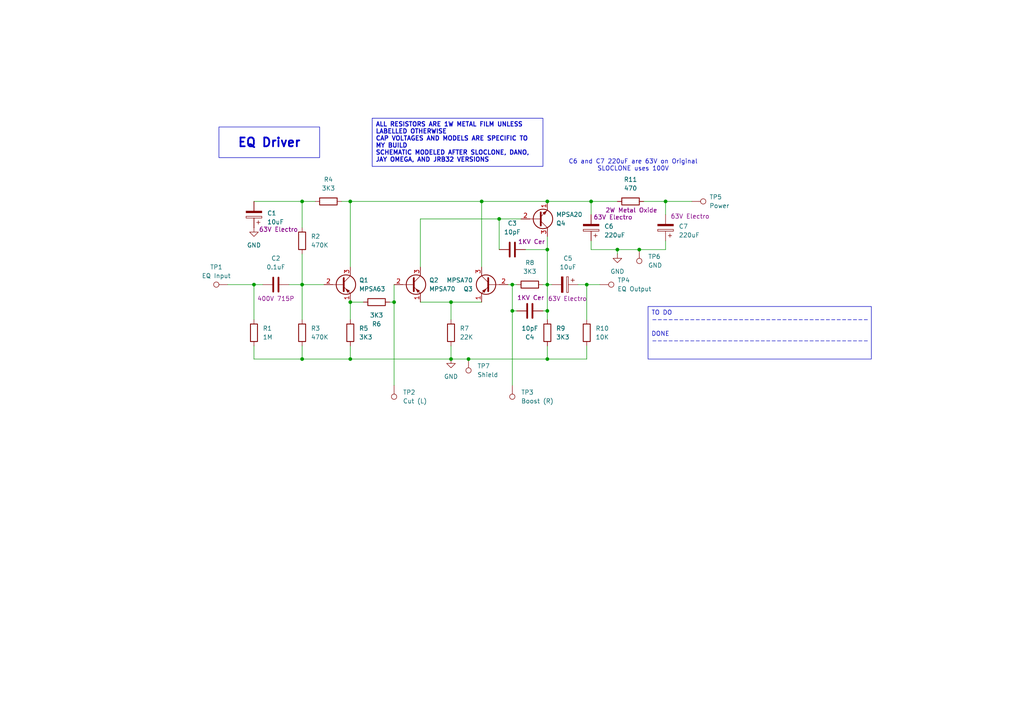
<source format=kicad_sch>
(kicad_sch (version 20250114) (generator "eeschema") (generator_version "9.0")
  (paper "A4")
  (lib_symbols
    (symbol "Connector:TestPoint" (pin_numbers (hide yes)) (pin_names (offset 0.762) (hide yes))
      (property "Reference" "TP" (at 0 6.858 0))
      (property "Value" "TestPoint" (at 0 5.08 0))
      (symbol "TestPoint_0_1"
        (circle (center 0 3.302) (radius 0.762))
      )
      (symbol "TestPoint_1_1"
        (pin passive line (at 0 0 90) (length 2.54) (name "1") (number "1"))
      )
    )
    (symbol "Device:C" (pin_numbers (hide yes)) (pin_names (offset 0.254))
      (property "Reference" "C" (at 0.635 2.54 0))
      (property "Value" "C" (at 0.635 -2.54 0))
      (symbol "C_0_1"
        (polyline (pts (xy -2.032 0.762) (xy 2.032 0.762)) (stroke (width 0.508)))
        (polyline (pts (xy -2.032 -0.762) (xy 2.032 -0.762)) (stroke (width 0.508)))
      )
      (symbol "C_1_1"
        (pin passive line (at 0 3.81 270) (length 2.794) (name "~") (number "1"))
        (pin passive line (at 0 -3.81 90) (length 2.794) (name "~") (number "2"))
      )
    )
    (symbol "Device:C_Polarized" (pin_numbers (hide yes)) (pin_names (offset 0.254))
      (property "Reference" "C" (at 0.635 2.54 0))
      (property "Value" "C_Polarized" (at 0.635 -2.54 0))
      (symbol "C_Polarized_0_1"
        (rectangle (start -2.286 0.508) (end 2.286 1.016))
        (polyline (pts (xy -1.778 2.286) (xy -0.762 2.286)))
        (polyline (pts (xy -1.27 2.794) (xy -1.27 1.778)))
        (rectangle (start 2.286 -0.508) (end -2.286 -1.016) (fill (type outline)))
      )
      (symbol "C_Polarized_1_1"
        (pin passive line (at 0 3.81 270) (length 2.794) (name "~") (number "1"))
        (pin passive line (at 0 -3.81 90) (length 2.794) (name "~") (number "2"))
      )
    )
    (symbol "Device:R" (pin_numbers (hide yes)) (pin_names (offset 0))
      (property "Reference" "R" (at 2.032 0 90))
      (property "Value" "R" (at 0 0 90))
      (symbol "R_0_1"
        (rectangle (start -1.016 -2.54) (end 1.016 2.54) (stroke (width 0.254)))
      )
      (symbol "R_1_1"
        (pin passive line (at 0 3.81 270) (length 1.27) (name "~") (number "1"))
        (pin passive line (at 0 -3.81 90) (length 1.27) (name "~") (number "2"))
      )
    )
    (symbol "Transistor_BJT:MPSA42" (pin_names (offset 0) (hide yes))
      (property "Reference" "Q" (at 5.08 1.905 0))
      (property "Value" "MPSA42" (at 5.08 0 0))
      (symbol "MPSA42_0_1"
        (polyline (pts (xy -2.54 0) (xy 0.635 0)))
        (polyline (pts (xy 0.635 1.905) (xy 0.635 -1.905)) (stroke (width 0.508)))
        (circle (center 1.27 0) (radius 2.8194) (stroke (width 0.254)))
      )
      (symbol "MPSA42_1_1"
        (polyline (pts (xy 0.635 0.635) (xy 2.54 2.54)))
        (polyline (pts (xy 0.635 -0.635) (xy 2.54 -2.54)))
        (polyline (pts (xy 1.27 -1.778) (xy 1.778 -1.27) (xy 2.286 -2.286) (xy 1.27 -1.778)) (fill (type outline)))
        (pin input line (at -5.08 0 0) (length 2.54) (name "B") (number "2"))
        (pin passive line (at 2.54 5.08 270) (length 2.54) (name "C") (number "3"))
        (pin passive line (at 2.54 -5.08 90) (length 2.54) (name "E") (number "1"))
      )
    )
    (symbol "Transistor_BJT:MPSA92" (pin_names (offset 0) (hide yes))
      (property "Reference" "Q" (at 5.08 1.905 0))
      (property "Value" "MPSA92" (at 5.08 0 0))
      (symbol "MPSA92_0_1"
        (polyline (pts (xy -2.54 0) (xy 0.635 0)))
        (polyline (pts (xy 0.635 1.905) (xy 0.635 -1.905)) (stroke (width 0.508)))
        (polyline (pts (xy 0.635 0.635) (xy 2.54 2.54)))
        (polyline (pts (xy 0.635 -0.635) (xy 2.54 -2.54)))
        (circle (center 1.27 0) (radius 2.8194) (stroke (width 0.254)))
        (polyline (pts (xy 2.286 -1.778) (xy 1.778 -2.286) (xy 1.27 -1.27) (xy 2.286 -1.778)) (fill (type outline)))
      )
      (symbol "MPSA92_1_1"
        (pin input line (at -5.08 0 0) (length 2.54) (name "B") (number "2"))
        (pin passive line (at 2.54 5.08 270) (length 2.54) (name "C") (number "3"))
        (pin passive line (at 2.54 -5.08 90) (length 2.54) (name "E") (number "1"))
      )
    )
    (symbol "power:GND" (power) (pin_numbers (hide yes)) (pin_names (offset 0) (hide yes))
      (property "Value" "GND" (at 0 -3.81 0))
      (symbol "GND_0_1"
        (polyline (pts (xy 0 0) (xy 0 -1.27) (xy 1.27 -1.27) (xy 0 -2.54) (xy -1.27 -1.27) (xy 0 -1.27)))
      )
      (symbol "GND_1_1"
        (pin power_in line (at 0 0 270) (length 0) (name "~") (number "1"))
      )
    )
  )
  (text "C6 and C7 220uF are 63V on Original\nSLOCLONE uses 100V" (at 183.642 48.006 0) (effects (font (size 1.27 1.27))))
  (text_box "EQ Driver" (at 63.5 36.83 0) (size 29.21 8.89) (margins 0.9525 0.9525 0.9525 0.9525) (effects (font (size 2.54 2.54) (thickness 0.508) (bold yes))))
  (text_box "ALL RESISTORS ARE 1W METAL FILM UNLESS LABELLED OTHERWISE\nCAP VOLTAGES AND MODELS ARE SPECIFIC TO MY BUILD\nSCHEMATIC MODELED AFTER SLOCLONE, DANO, JAY OMEGA, AND JRB32 VERSIONS" (at 107.95 34.29 0) (size 49.53 13.97) (margins 0.9525 0.9525 0.9525 0.9525) (effects (font (size 1.27 1.27) (thickness 0.254) (bold yes)) (justify left top)))
  (text_box "TO DO\n----------------------------------------\n\nDONE\n----------------------------------------\n" (at 187.96 88.9 0) (size 64.77 15.24) (margins 0.9525 0.9525 0.9525 0.9525) (effects (font (size 1.27 1.27)) (justify left top)))
  (junction (at 185.42 72.39))
  (junction (at 148.59 82.55))
  (junction (at 114.3 87.63))
  (junction (at 158.75 90.17))
  (junction (at 87.63 82.55))
  (junction (at 158.75 72.39))
  (junction (at 170.18 82.55))
  (junction (at 130.81 87.63))
  (junction (at 130.81 104.14))
  (junction (at 101.6 87.63))
  (junction (at 193.04 58.42))
  (junction (at 158.75 104.14))
  (junction (at 158.75 82.55))
  (junction (at 101.6 104.14))
  (junction (at 171.45 58.42))
  (junction (at 144.78 63.5))
  (junction (at 87.63 58.42))
  (junction (at 135.89 104.14))
  (junction (at 73.66 82.55))
  (junction (at 158.75 58.42))
  (junction (at 139.7 58.42))
  (junction (at 179.07 72.39))
  (junction (at 148.59 90.17))
  (junction (at 101.6 58.42))
  (junction (at 87.63 104.14))
  (wire (pts (xy 179.07 72.39) (xy 179.07 73.66)))
  (wire (pts (xy 66.04 82.55) (xy 73.66 82.55)))
  (wire (pts (xy 73.66 104.14) (xy 87.63 104.14)))
  (wire (pts (xy 158.75 104.14) (xy 158.75 100.33)))
  (wire (pts (xy 113.03 87.63) (xy 114.3 87.63)))
  (wire (pts (xy 130.81 87.63) (xy 121.92 87.63)))
  (wire (pts (xy 91.44 58.42) (xy 87.63 58.42)))
  (wire (pts (xy 99.06 58.42) (xy 101.6 58.42)))
  (wire (pts (xy 152.4 72.39) (xy 158.75 72.39)))
  (wire (pts (xy 130.81 104.14) (xy 130.81 100.33)))
  (wire (pts (xy 170.18 82.55) (xy 170.18 92.71)))
  (wire (pts (xy 158.75 82.55) (xy 160.02 82.55)))
  (wire (pts (xy 148.59 82.55) (xy 148.59 90.17)))
  (wire (pts (xy 101.6 104.14) (xy 130.81 104.14)))
  (wire (pts (xy 73.66 104.14) (xy 73.66 100.33)))
  (wire (pts (xy 186.69 58.42) (xy 193.04 58.42)))
  (wire (pts (xy 139.7 58.42) (xy 139.7 77.47)))
  (wire (pts (xy 185.42 72.39) (xy 193.04 72.39)))
  (wire (pts (xy 83.82 82.55) (xy 87.63 82.55)))
  (wire (pts (xy 148.59 90.17) (xy 148.59 111.76)))
  (wire (pts (xy 73.66 92.71) (xy 73.66 82.55)))
  (wire (pts (xy 87.63 73.66) (xy 87.63 82.55)))
  (wire (pts (xy 139.7 58.42) (xy 158.75 58.42)))
  (wire (pts (xy 158.75 72.39) (xy 158.75 82.55)))
  (wire (pts (xy 171.45 72.39) (xy 179.07 72.39)))
  (wire (pts (xy 157.48 90.17) (xy 158.75 90.17)))
  (wire (pts (xy 148.59 82.55) (xy 147.32 82.55)))
  (wire (pts (xy 114.3 82.55) (xy 114.3 87.63)))
  (wire (pts (xy 193.04 62.23) (xy 193.04 58.42)))
  (wire (pts (xy 87.63 104.14) (xy 87.63 100.33)))
  (wire (pts (xy 149.86 90.17) (xy 148.59 90.17)))
  (wire (pts (xy 73.66 58.42) (xy 87.63 58.42)))
  (wire (pts (xy 149.86 82.55) (xy 148.59 82.55)))
  (wire (pts (xy 193.04 72.39) (xy 193.04 69.85)))
  (wire (pts (xy 158.75 90.17) (xy 158.75 82.55)))
  (wire (pts (xy 171.45 58.42) (xy 179.07 58.42)))
  (wire (pts (xy 171.45 62.23) (xy 171.45 58.42)))
  (wire (pts (xy 144.78 63.5) (xy 144.78 72.39)))
  (wire (pts (xy 101.6 58.42) (xy 101.6 77.47)))
  (wire (pts (xy 144.78 63.5) (xy 121.92 63.5)))
  (wire (pts (xy 87.63 104.14) (xy 101.6 104.14)))
  (wire (pts (xy 130.81 87.63) (xy 139.7 87.63)))
  (wire (pts (xy 73.66 82.55) (xy 76.2 82.55)))
  (wire (pts (xy 151.13 63.5) (xy 144.78 63.5)))
  (wire (pts (xy 135.89 104.14) (xy 158.75 104.14)))
  (wire (pts (xy 170.18 104.14) (xy 170.18 100.33)))
  (wire (pts (xy 179.07 72.39) (xy 185.42 72.39)))
  (wire (pts (xy 158.75 58.42) (xy 171.45 58.42)))
  (wire (pts (xy 105.41 87.63) (xy 101.6 87.63)))
  (wire (pts (xy 121.92 63.5) (xy 121.92 77.47)))
  (wire (pts (xy 158.75 92.71) (xy 158.75 90.17)))
  (wire (pts (xy 101.6 87.63) (xy 101.6 92.71)))
  (wire (pts (xy 158.75 68.58) (xy 158.75 72.39)))
  (wire (pts (xy 114.3 87.63) (xy 114.3 111.76)))
  (wire (pts (xy 158.75 82.55) (xy 157.48 82.55)))
  (wire (pts (xy 193.04 58.42) (xy 200.66 58.42)))
  (wire (pts (xy 87.63 58.42) (xy 87.63 66.04)))
  (wire (pts (xy 130.81 92.71) (xy 130.81 87.63)))
  (wire (pts (xy 101.6 104.14) (xy 101.6 100.33)))
  (wire (pts (xy 87.63 82.55) (xy 93.98 82.55)))
  (wire (pts (xy 167.64 82.55) (xy 170.18 82.55)))
  (wire (pts (xy 170.18 82.55) (xy 173.99 82.55)))
  (wire (pts (xy 101.6 58.42) (xy 139.7 58.42)))
  (wire (pts (xy 87.63 92.71) (xy 87.63 82.55)))
  (wire (pts (xy 171.45 72.39) (xy 171.45 69.85)))
  (wire (pts (xy 158.75 104.14) (xy 170.18 104.14)))
  (wire (pts (xy 130.81 104.14) (xy 135.89 104.14)))
  (symbol (lib_id "Device:R") (at 130.81 96.52 0) (unit 1)
    (property "Reference" "R7" (at 133.35 95.2499 0) (effects (justify left)))
    (property "Value" "22K" (at 133.35 97.7899 0) (effects (justify left)))
    (property "Footprint" "Resistor_THT:R_Axial_DIN0411_L9.9mm_D3.6mm_P15.24mm_Horizontal" (effects (hide yes)))
    (property "Description" "Resistor" (effects (hide yes)))
  )
  (symbol (lib_id "Connector:TestPoint") (at 148.59 111.76 180) (unit 1)
    (property "Reference" "TP3" (at 151.13 113.7919 0) (effects (justify right)))
    (property "Value" "Boost (R)" (at 151.13 116.3319 0) (effects (justify right)))
    (property "Footprint" "HiroFootprints:Out_Hole_3.4_1.8" (effects (hide yes)))
    (property "Description" "test point" (effects (hide yes)))
  )
  (symbol (lib_id "Device:R") (at 158.75 96.52 0) (unit 1)
    (property "Reference" "R9" (at 161.29 95.2499 0) (effects (justify left)))
    (property "Value" "3K3" (at 161.29 97.7899 0) (effects (justify left)))
    (property "Footprint" "Resistor_THT:R_Axial_DIN0411_L9.9mm_D3.6mm_P15.24mm_Horizontal" (effects (hide yes)))
    (property "Description" "Resistor" (effects (hide yes)))
  )
  (symbol (lib_id "Device:C_Polarized") (at 163.83 82.55 270) (unit 1)
    (property "Reference" "C5" (at 164.719 74.93 90))
    (property "Value" "10uF" (at 164.719 77.47 90))
    (property "Footprint" "Capacitor_THT:CP_Axial_L18.0mm_D6.5mm_P25.00mm_Horizontal" (effects (hide yes)))
    (property "Description" "Polarized capacitor" (effects (hide yes)))
    (property "Notes" "63V Electro" (at 164.592 86.614 90))
  )
  (symbol (lib_id "Device:R") (at 153.67 82.55 90) (unit 1)
    (property "Reference" "R8" (at 153.67 76.2 90))
    (property "Value" "3K3" (at 153.67 78.74 90))
    (property "Footprint" "Resistor_THT:R_Axial_DIN0411_L9.9mm_D3.6mm_P15.24mm_Horizontal" (effects (hide yes)))
    (property "Description" "Resistor" (effects (hide yes)))
  )
  (symbol (lib_id "Transistor_BJT:MPSA92") (at 119.38 82.55 0) (unit 1)
    (property "Reference" "Q2" (at 124.46 81.2799 0) (effects (justify left)))
    (property "Value" "MPSA70" (at 124.46 83.8199 0) (effects (justify left)))
    (property "Footprint" "Package_TO_SOT_THT:TO-92_Wide" (effects (hide yes)))
    (property "Datasheet" "http://www.onsemi.com/pub_link/Collateral/MPSA92-D.PDF" (effects (hide yes)))
    (property "Description" "0.5A Ic, 300V Vce, PNP High Voltage Transistor, TO-92" (effects (hide yes)))
  )
  (symbol (lib_id "power:GND") (at 179.07 73.66 0) (unit 1)
    (property "Reference" "#PWR03" (effects (hide yes)))
    (property "Value" "GND" (at 179.07 78.74 0))
    (property "Description" "Power symbol creates a global label with name \"GND\" , ground" (effects (hide yes)))
  )
  (symbol (lib_id "Transistor_BJT:MPSA42") (at 156.21 63.5 0) (mirror x) (unit 1)
    (property "Reference" "Q4" (at 161.29 64.7701 0) (effects (justify left)))
    (property "Value" "MPSA20" (at 161.29 62.2301 0) (effects (justify left)))
    (property "Footprint" "Package_TO_SOT_THT:TO-92_Wide" (effects (hide yes)))
    (property "Datasheet" "http://www.onsemi.com/pub_link/Collateral/MPSA42-D.PDF" (effects (hide yes)))
    (property "Description" "0.5A Ic, 300V Vce, NPN High Voltage Transistor, TO-92" (effects (hide yes)))
  )
  (symbol (lib_id "Device:C") (at 80.01 82.55 90) (unit 1)
    (property "Reference" "C2" (at 80.01 74.93 90))
    (property "Value" "0.1uF" (at 80.01 77.47 90))
    (property "Footprint" "HiroFootprints:715P10454LAD3" (effects (hide yes)))
    (property "Description" "Unpolarized capacitor" (effects (hide yes)))
    (property "Notes" "400V 715P" (at 80.01 86.614 90))
  )
  (symbol (lib_id "Connector:TestPoint") (at 66.04 82.55 90) (unit 1)
    (property "Reference" "TP1" (at 62.738 77.47 90))
    (property "Value" "EQ Input" (at 62.738 80.01 90))
    (property "Footprint" "HiroFootprints:Out_Hole_3.4_1.8" (effects (hide yes)))
    (property "Description" "test point" (effects (hide yes)))
  )
  (symbol (lib_id "Connector:TestPoint") (at 200.66 58.42 270) (unit 1)
    (property "Reference" "TP5" (at 205.74 57.1499 90) (effects (justify left)))
    (property "Value" "Power" (at 205.74 59.6899 90) (effects (justify left)))
    (property "Footprint" "HiroFootprints:Out_Hole_3.4_1.8" (effects (hide yes)))
    (property "Description" "test point" (effects (hide yes)))
  )
  (symbol (lib_id "Device:R") (at 109.22 87.63 270) (unit 1)
    (property "Reference" "R6" (at 109.22 93.98 90))
    (property "Value" "3K3" (at 109.22 91.44 90))
    (property "Footprint" "Resistor_THT:R_Axial_DIN0411_L9.9mm_D3.6mm_P15.24mm_Horizontal" (effects (hide yes)))
    (property "Description" "Resistor" (effects (hide yes)))
  )
  (symbol (lib_id "Device:R") (at 87.63 96.52 0) (unit 1)
    (property "Reference" "R3" (at 90.17 95.2499 0) (effects (justify left)))
    (property "Value" "470K" (at 90.17 97.7899 0) (effects (justify left)))
    (property "Footprint" "Resistor_THT:R_Axial_DIN0411_L9.9mm_D3.6mm_P15.24mm_Horizontal" (effects (hide yes)))
    (property "Description" "Resistor" (effects (hide yes)))
  )
  (symbol (lib_id "Device:R") (at 95.25 58.42 90) (unit 1)
    (property "Reference" "R4" (at 95.25 52.07 90))
    (property "Value" "3K3" (at 95.25 54.61 90))
    (property "Footprint" "Resistor_THT:R_Axial_DIN0411_L9.9mm_D3.6mm_P15.24mm_Horizontal" (effects (hide yes)))
    (property "Description" "Resistor" (effects (hide yes)))
  )
  (symbol (lib_id "Device:C") (at 153.67 90.17 90) (mirror x) (unit 1)
    (property "Reference" "C4" (at 153.67 97.79 90))
    (property "Value" "10pF" (at 153.67 95.25 90))
    (property "Footprint" "Capacitor_THT:C_Rect_L11.0mm_W3.5mm_P10.00mm_MKT" (effects (hide yes)))
    (property "Description" "Unpolarized capacitor" (effects (hide yes)))
    (property "Notes" "1KV Cer" (at 153.924 86.36 90))
  )
  (symbol (lib_id "Connector:TestPoint") (at 114.3 111.76 180) (unit 1)
    (property "Reference" "TP2" (at 116.84 113.7919 0) (effects (justify right)))
    (property "Value" "Cut (L)" (at 116.84 116.3319 0) (effects (justify right)))
    (property "Footprint" "HiroFootprints:Out_Hole_3.4_1.8" (effects (hide yes)))
    (property "Description" "test point" (effects (hide yes)))
  )
  (symbol (lib_id "Device:R") (at 182.88 58.42 90) (unit 1)
    (property "Reference" "R11" (at 182.88 52.07 90))
    (property "Value" "470" (at 182.88 54.61 90))
    (property "Footprint" "Resistor_THT:R_Axial_DIN0411_L9.9mm_D3.6mm_P15.24mm_Horizontal" (effects (hide yes)))
    (property "Description" "Resistor" (effects (hide yes)))
    (property "Notes" "2W Metal Oxide" (at 183.134 60.96 90))
  )
  (symbol (lib_id "Connector:TestPoint") (at 135.89 104.14 180) (unit 1)
    (property "Reference" "TP7" (at 138.43 106.1719 0) (effects (justify right)))
    (property "Value" "Shield" (at 138.43 108.7119 0) (effects (justify right)))
    (property "Footprint" "HiroFootprints:Out_Hole_3.4_1.8" (effects (hide yes)))
    (property "Description" "test point" (effects (hide yes)))
  )
  (symbol (lib_id "Device:R") (at 73.66 96.52 0) (unit 1)
    (property "Reference" "R1" (at 76.2 95.2499 0) (effects (justify left)))
    (property "Value" "1M" (at 76.2 97.7899 0) (effects (justify left)))
    (property "Footprint" "Resistor_THT:R_Axial_DIN0411_L9.9mm_D3.6mm_P15.24mm_Horizontal" (effects (hide yes)))
    (property "Description" "Resistor" (effects (hide yes)))
  )
  (symbol (lib_id "power:GND") (at 130.81 104.14 0) (unit 1)
    (property "Reference" "#PWR02" (effects (hide yes)))
    (property "Value" "GND" (at 130.81 109.22 0))
    (property "Description" "Power symbol creates a global label with name \"GND\" , ground" (effects (hide yes)))
  )
  (symbol (lib_id "Device:R") (at 170.18 96.52 0) (unit 1)
    (property "Reference" "R10" (at 172.72 95.2499 0) (effects (justify left)))
    (property "Value" "10K" (at 172.72 97.7899 0) (effects (justify left)))
    (property "Footprint" "Resistor_THT:R_Axial_DIN0411_L9.9mm_D3.6mm_P15.24mm_Horizontal" (effects (hide yes)))
    (property "Description" "Resistor" (effects (hide yes)))
  )
  (symbol (lib_id "Transistor_BJT:MPSA92") (at 142.24 82.55 0) (mirror y) (unit 1)
    (property "Reference" "Q3" (at 137.16 83.8201 0) (effects (justify left)))
    (property "Value" "MPSA70" (at 137.16 81.2801 0) (effects (justify left)))
    (property "Footprint" "Package_TO_SOT_THT:TO-92_Wide" (effects (hide yes)))
    (property "Datasheet" "http://www.onsemi.com/pub_link/Collateral/MPSA92-D.PDF" (effects (hide yes)))
    (property "Description" "0.5A Ic, 300V Vce, PNP High Voltage Transistor, TO-92" (effects (hide yes)))
  )
  (symbol (lib_id "power:GND") (at 73.66 66.04 0) (unit 1)
    (property "Reference" "#PWR01" (effects (hide yes)))
    (property "Value" "GND" (at 73.66 71.12 0))
    (property "Description" "Power symbol creates a global label with name \"GND\" , ground" (effects (hide yes)))
  )
  (symbol (lib_id "Transistor_BJT:MPSA92") (at 99.06 82.55 0) (unit 1)
    (property "Reference" "Q1" (at 104.14 81.2799 0) (effects (justify left)))
    (property "Value" "MPSA63" (at 104.14 83.8199 0) (effects (justify left)))
    (property "Footprint" "Package_TO_SOT_THT:TO-92_Wide" (effects (hide yes)))
    (property "Datasheet" "http://www.onsemi.com/pub_link/Collateral/MPSA92-D.PDF" (effects (hide yes)))
    (property "Description" "0.5A Ic, 300V Vce, PNP High Voltage Transistor, TO-92" (effects (hide yes)))
  )
  (symbol (lib_id "Connector:TestPoint") (at 185.42 72.39 180) (unit 1)
    (property "Reference" "TP6" (at 187.96 74.4219 0) (effects (justify right)))
    (property "Value" "GND" (at 187.96 76.9619 0) (effects (justify right)))
    (property "Footprint" "HiroFootprints:Out_Hole_3.4_1.8" (effects (hide yes)))
    (property "Description" "test point" (effects (hide yes)))
  )
  (symbol (lib_id "Device:R") (at 101.6 96.52 0) (unit 1)
    (property "Reference" "R5" (at 104.14 95.2499 0) (effects (justify left)))
    (property "Value" "3K3" (at 104.14 97.7899 0) (effects (justify left)))
    (property "Footprint" "Resistor_THT:R_Axial_DIN0411_L9.9mm_D3.6mm_P15.24mm_Horizontal" (effects (hide yes)))
    (property "Description" "Resistor" (effects (hide yes)))
  )
  (symbol (lib_id "Device:C_Polarized") (at 171.45 66.04 180) (unit 1)
    (property "Reference" "C6" (at 175.26 65.6589 0) (effects (justify right)))
    (property "Value" "220uF" (at 175.26 68.1989 0) (effects (justify right)))
    (property "Footprint" "Capacitor_THT:CP_Axial_L25.0mm_D10.0mm_P30.00mm_Horizontal" (effects (hide yes)))
    (property "Description" "Polarized capacitor" (effects (hide yes)))
    (property "Notes" "63V Electro" (at 177.8 62.992 0))
  )
  (symbol (lib_id "Device:C") (at 148.59 72.39 90) (unit 1)
    (property "Reference" "C3" (at 148.59 64.77 90))
    (property "Value" "10pF" (at 148.59 67.31 90))
    (property "Footprint" "Capacitor_THT:C_Rect_L11.0mm_W3.5mm_P10.00mm_MKT" (effects (hide yes)))
    (property "Description" "Unpolarized capacitor" (effects (hide yes)))
    (property "Notes" "1KV Cer" (at 154.178 70.104 90))
  )
  (symbol (lib_id "Device:C_Polarized") (at 193.04 66.04 180) (unit 1)
    (property "Reference" "C7" (at 196.85 65.6589 0) (effects (justify right)))
    (property "Value" "220uF" (at 196.85 68.1989 0) (effects (justify right)))
    (property "Footprint" "Capacitor_THT:CP_Axial_L25.0mm_D10.0mm_P30.00mm_Horizontal" (effects (hide yes)))
    (property "Description" "Polarized capacitor" (effects (hide yes)))
    (property "Notes" "63V Electro" (at 200.152 62.738 0))
  )
  (symbol (lib_id "Device:R") (at 87.63 69.85 0) (unit 1)
    (property "Reference" "R2" (at 90.17 68.5799 0) (effects (justify left)))
    (property "Value" "470K" (at 90.17 71.1199 0) (effects (justify left)))
    (property "Footprint" "Resistor_THT:R_Axial_DIN0411_L9.9mm_D3.6mm_P15.24mm_Horizontal" (effects (hide yes)))
    (property "Description" "Resistor" (effects (hide yes)))
  )
  (symbol (lib_id "Device:C_Polarized") (at 73.66 62.23 180) (unit 1)
    (property "Reference" "C1" (at 77.47 61.8489 0) (effects (justify right)))
    (property "Value" "10uF" (at 77.47 64.3889 0) (effects (justify right)))
    (property "Footprint" "Capacitor_THT:CP_Axial_L18.0mm_D6.5mm_P25.00mm_Horizontal" (effects (hide yes)))
    (property "Description" "Polarized capacitor" (effects (hide yes)))
    (property "Notes" "63V Electro" (at 80.772 66.548 0))
  )
  (symbol (lib_id "Connector:TestPoint") (at 173.99 82.55 270) (unit 1)
    (property "Reference" "TP4" (at 179.07 81.2799 90) (effects (justify left)))
    (property "Value" "EQ Output" (at 179.07 83.8199 90) (effects (justify left)))
    (property "Footprint" "HiroFootprints:Out_Hole_3.4_1.8" (effects (hide yes)))
    (property "Description" "test point" (effects (hide yes)))
  )
)
</source>
